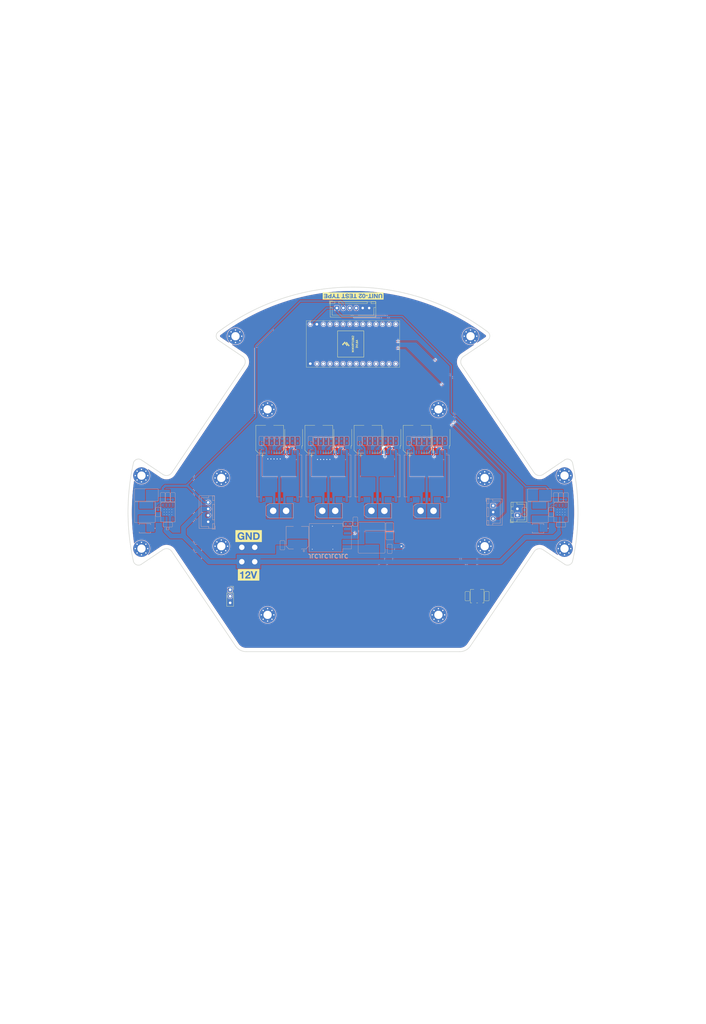
<source format=kicad_pcb>
(kicad_pcb (version 20221018) (generator pcbnew)
  (layers (0 "F.Cu" signal) (31 "B.Cu" signal) (34 "B.Paste" user) (35 "F.Paste" user) (36 "B.SilkS" user "B.Silkscreen") (37 "F.SilkS" user "F.Silkscreen") (38 "B.Mask" user) (39 "F.Mask" user) (44 "Edge.Cuts" user))
  (net 0 "")
  (net 1 "GND")
  (net 2 "+5V")
  (net 4 "+3V3")
  (net 5 "Net-(D2-K)")
  (net 6 "/M4 OUTA")
  (net 8 "/ESC")
  (net 9 "/M4 OUTB")
  (net 10 "/M SW")
  (net 21 "/L1 TX")
  (net 22 "/L1 RX")
  (net 23 "+12V")
  (net 25 "Net-(D1-K)")
  (net 26 "/M4 PWM")
  (net 27 "/M4 INA")
  (net 28 "/M4 INB")
  (net 31 "/L3 RX")
  (net 32 "/L3 TX")
  (net 33 "+48V")
  (net 34 "Net-(D3-A)")
  (net 35 "Net-(IC1-COMP)")
  (net 36 "Net-(IC1-FDBK)")
  (net 37 "/M3 PWM")
  (net 38 "Net-(U1-BOOT)")
  (net 39 "Net-(U2-BOOT)")
  (net 40 "Net-(Q1-D)")
  (net 41 "Net-(Q2-D)")
  (net 42 "Net-(C15-Pad1)")
  (net 43 "Net-(Q3-D)")
  (net 44 "Net-(Q4-D)")
  (net 46 "/M1 OUTA")
  (net 47 "/M1 OUTB")
  (net 48 "/M2 OUTA")
  (net 49 "/M2 OUTB")
  (net 50 "/M3 OUTA")
  (net 51 "/M3 OUTB")
  (net 52 "Net-(Q1-G)")
  (net 53 "Net-(Q2-G)")
  (net 54 "Net-(Q3-G)")
  (net 55 "Net-(Q4-G)")
  (net 56 "Net-(U1-VSENSE)")
  (net 57 "Net-(U2-VSENSE)")
  (net 58 "Net-(U4-ENA)")
  (net 59 "Net-(U4-ENB)")
  (net 60 "Net-(U5-ENA)")
  (net 61 "Net-(U5-ENB)")
  (net 62 "/M1 INA")
  (net 63 "Net-(U4-INA)")
  (net 64 "Net-(U4-INB)")
  (net 65 "/M1 INB")
  (net 66 "Net-(R17-Pad1)")
  (net 67 "/M1 PWM")
  (net 68 "/M3 INA")
  (net 69 "Net-(U5-INA)")
  (net 70 "Net-(U5-INB)")
  (net 71 "/M3 INB")
  (net 72 "Net-(R20-Pad1)")
  (net 73 "Net-(U6-ENA)")
  (net 74 "Net-(U6-ENB)")
  (net 75 "Net-(U7-ENA)")
  (net 76 "Net-(U7-ENB)")
  (net 77 "/M2 INA")
  (net 78 "Net-(U6-INA)")
  (net 79 "Net-(U6-INB)")
  (net 80 "/M2 INB")
  (net 81 "Net-(R32-Pad1)")
  (net 82 "/M2 PWM")
  (net 83 "Net-(U7-INA)")
  (net 84 "Net-(U7-INB)")
  (net 85 "Net-(R35-Pad1)")
  (net 86 "Net-(R37-Pad2)")
  (footprint "MountingHole:MountingHole_3.2mm_M3_Pad_Via" (layer "F.Cu") (at 181.529207 170.274635)
    (fp_text reference "H14" hide)
    (fp_text value "MountingHole_Pad" hide)
  )
  (footprint "MountingHole:MountingHole_3.2mm_M3_Pad_Via" (layer "F.Cu") (at 230.291143 224.114135)
    (fp_text reference "H2" hide)
    (fp_text value "MountingHole_Pad" hide)
  )
  (footprint "2024l2:AOD482" (layer "F.Cu") (at 182.56 181.95 90)
    (fp_text reference "Q4" hide)
    (fp_text value "AOD482")
  )
  (footprint "MountingHole:MountingHole_3.2mm_M3_Pad_Via" (layer "F.Cu") (at 66.708858 195.885863)
    (fp_text reference "H13" hide)
    (fp_text value "MountingHole_Pad" hide)
  )
  (footprint "MountingHole:MountingHole_3.2mm_M3_Pad_Via" (layer "F.Cu") (at 230.291142 195.885863)
    (fp_text reference "H4" hide)
    (fp_text value "MountingHole_Pad" hide)
  )
  (footprint "MountingHole:MountingHole_3.2mm_M3_Pad_Via" (layer "F.Cu") (at 115.470793 170.274635)
    (fp_text reference "H9" hide)
    (fp_text value "MountingHole_Pad" hide)
  )
  (footprint "Capacitor_SMD:CP_Elec_10x10.5" (layer "F.Cu") (at 154.28 181.8325 90)
    (fp_text reference "C12" hide)
    (fp_text value "680uF")
  )
  (footprint "Connector_PinSocket_2.54mm:PinSocket_1x03_P2.54mm_Vertical" (layer "F.Cu") (at 101 240)
    (fp_text reference "J4" hide)
    (fp_text value "Conn_01x03" hide)
  )
  (footprint "Capacitor_SMD:CP_Elec_10x10.5" (layer "F.Cu") (at 173.28 181.8325 90)
    (fp_text reference "C20" hide)
    (fp_text value "680uF")
  )
  (footprint "2024l2:14 AWG" (layer "F.Cu") (at 110.5 226.4 -90)
    (fp_text reference "J1" hide)
    (fp_text value "Conn_01x02")
  )
  (footprint "MountingHole:MountingHole_3.2mm_M3_Pad_Via" (layer "F.Cu") (at 66.708857 224.114135)
    (fp_text reference "H11" hide)
    (fp_text value "MountingHole_Pad" hide)
  )
  (footprint "MountingHole:MountingHole_3.2mm_M3_Pad_Via" (layer "F.Cu") (at 115.470793 249.725365)
    (fp_text reference "H1" hide)
    (fp_text value "MountingHole_Pad" hide)
  )
  (footprint "MountingHole:MountingHole_3.2mm_M3_Pad_Via" (layer "F.Cu") (at 199.42338 223.196162)
    (fp_text reference "H12" hide)
    (fp_text value "MountingHole_Pad" hide)
  )
  (footprint "2024l2:AOD482" (layer "F.Cu") (at 125.56 181.95 90)
    (fp_text reference "Q1" hide)
    (fp_text value "AOD482")
  )
  (footprint "Connector_JST:JST_XH_B2B-XH-A_1x02_P2.50mm_Vertical" (layer "F.Cu") (at 212.065 211.23 90)
    (fp_text reference "SW1" hide)
    (fp_text value "SW_SPST" hide)
  )
  (footprint "kibuzzard-656010D2" (layer "F.Cu") (at 148.55 126.45 180)
    (fp_text reference "kibuzzard-656010D2" hide)
    (fp_text value "G***" hide)
  )
  (footprint "Capacitor_SMD:CP_Elec_10x10.5" (layer "F.Cu") (at 116.28 181.8325 90)
    (fp_text reference "C11" hide)
    (fp_text value "680uF")
  )
  (footprint "MountingHole:MountingHole_3.2mm_M3_Pad_Via" (layer "F.Cu") (at 97.57662 223.196162)
    (fp_text reference "H7" hide)
    (fp_text value "MountingHole_Pad" hide)
  )
  (footprint "2024l2:AOD482" (layer "F.Cu") (at 163.56 181.95 90)
    (fp_text reference "Q2" hide)
    (fp_text value "AOD482")
  )
  (footprint "MountingHole:MountingHole_3.2mm_M3_Pad_Via" (layer "F.Cu") (at 193.943605 141.99842)
    (fp_text reference "H10" hide)
    (fp_text value "MountingHole_Pad" hide)
  )
  (footprint "2024l2:14 AWG" (layer "F.Cu") (at 105.5 226.4 -90)
    (fp_text reference "J2" hide)
    (fp_text value "Conn_01x02")
  )
  (footprint "MountingHole:MountingHole_3.2mm_M3_Pad_Via" (layer "F.Cu") (at 181.529207 249.725365)
    (fp_text reference "H6" hide)
    (fp_text value "MountingHole_Pad" hide)
  )
  (footprint "kibuzzard-656013AD" (layer "F.Cu") (at 108.13 234.25)
    (fp_text reference "kibuzzard-656013AD" hide)
    (fp_text value "G***" hide)
  )
  (footprint "MountingHole:MountingHole_3.2mm_M3_Pad_Via" (layer "F.Cu") (at 103.056395 141.99842)
    (fp_text reference "H5" hide)
    (fp_text value "MountingHole_Pad" hide)
  )
  (footprint "2024l2:res0603" (layer "F.Cu") (at 200.239999 242.5 -90)
    (fp_text reference "R36" hide)
    (fp_text value "1k5")
  )
  (footprint "kibuzzard-656013CD" (layer "F.Cu") (at 108.14 219.27)
    (fp_text reference "kibuzzard-656013CD" hide)
    (fp_text value "G***" hide)
  )
  (footprint "Capacitor_SMD:CP_Elec_10x10.5" (layer "F.Cu") (at 135.28 181.8325 90)
    (fp_text reference "C19" hide)
    (fp_text value "680uF")
  )
  (footprint "MountingHole:MountingHole_3.2mm_M3_Pad_Via" (layer "F.Cu") (at 97.57662 196.803836)
    (fp_text reference "H3" hide)
    (fp_text value "MountingHole_Pad" hide)
  )
  (footprint "MountingHole:MountingHole_3.2mm_M3_Pad_Via" (layer "F.Cu") (at 199.42338 196.803836)
    (fp_text reference "H8" hide)
    (fp_text value "MountingHole_Pad" hide)
  )
  (footprint "2024l2:Potentiometer_Vishay_TS53YJ_Vertical" (layer "F.Cu") (at 196.5 242.5 -90)
    (fp_text reference "RV1" hide)
    (fp_text value "10k")
  )
  (footprint "2024l2:AOD482" (layer "F.Cu") (at 144.56 181.95 90)
    (fp_text reference "Q3" hide)
    (fp_text value "AOD482")
  )
  (footprint "2024l2:res0603" (layer "F.Cu") (at 192.740001 242.5 -90)
    (fp_text reference "R37" hide)
    (fp_text value "57k")
  )
  (footprint "Connector_JST:JST_XH_B6B-XH-A_1x06_P2.50mm_Vertical" (layer "F.Cu") (at 142.25 131.1)
    (fp_text reference "J6" hide)
    (fp_text value "Conn_01x06")
  )
  (footprint "2024l2:Teensy 4.0" (layer "F.Cu") (at 148.5 145 90)
    (fp_text reference "U3" hide)
    (fp_text value "Teensy 4.0" hide)
  )
  (footprint "Package_SO:ST_MultiPowerSO-30" (layer "B.Cu") (at 120 196 -90)
    (fp_text reference "U4" hide)
    (fp_text value "~")
  )
  (footprint "2024l2:cap0603" (layer "B.Cu") (at 121.2 222.8 90)
    (fp_text reference "C13" hide)
    (fp_text value "0.1u")
  )
  (footprint "2024l2:cap0603" (layer "B.Cu") (at 228.9 214.89)
    (fp_text reference "C2" hide)
    (fp_text value "10u" hide)
  )
  (footprint "Connector_JST:JST_XH_B3B-XH-A_1x03_P2.50mm_Vertical" (layer "B.Cu") (at 202.7 207.5 -90)
    (fp_text reference "J3" hide)
    (fp_text value "Conn_01x03")
  )
  (footprint "2024l2:res0603" (layer "B.Cu") (at 180.08 182.5 -90)
    (fp_text reference "R27" hide)
    (fp_text value "3k3")
  )
  (footprint "2024l2:res0603" (layer "B.Cu") (at 182.08 182.5 90)
    (fp_text reference "R24" hide)
    (fp_text value "1k")
  )
  (footprint "2024l2:res0603" (layer "B.Cu") (at 144.08 182.5 90)
    (fp_text reference "R22" hide)
    (fp_text value "1k")
  )
  (footprint "2024l2:res0603" (layer "B.Cu") (at 178.08 182.5 90)
    (fp_text reference "R35" hide)
    (fp_text value "1k")
  )
  (footprint "2024l2:cap0603" (layer "B.Cu") (at 162.7 224.2 -90)
    (fp_text reference "C18" hide)
    (fp_text value "0.1u")
  )
  (footprint "2024l2:res0603" (layer "B.Cu") (at 153.08 182.5 -90)
    (fp_text reference "R18" hide)
    (fp_text value "1k")
  )
  (footprint "2024l2:cap0603" (layer "B.Cu") (at 74.95 204.25 -90)
    (fp_text reference "C7" hide)
    (fp_text value "0u1" hide)
  )
  (footprint "2024l2:SMA (DO-214AC)" (layer "B.Cu") (at 162.7 217.4 90)
    (fp_text reference "D3" hide)
    (fp_text value "SS510" hide)
  )
  (footprint "2024l2:res0603" (layer "B.Cu") (at 146.08 182.5 90)
    (fp_text reference "R31" hide)
    (fp_text value "1k")
  )
  (footprint "2024l2:res0603" (layer "B.Cu") (at 214.78 210 90)
    (fp_text reference "R38" hide)
    (fp_text value "1K" hide)
  )
  (footprint "2024l2:res0603" (layer "B.Cu") (at 138.08 182.5 -90)
    (fp_text reference "R28" hide)
    (fp_text value "3k3")
  )
  (footprint "2024l2:res0603" (layer "B.Cu") (at 228.899999 204.29 -90)
    (fp_text reference "R5" hide)
    (fp_text value "10K" hide)
  )
  (footprint "2024l2:AMASS_XT30-F" (layer "B.Cu") (at 177.13 209.5 180)
    (fp_text reference "J10" hide)
    (fp_text value "Conn_01x02")
  )
  (footprint "2024l2:1040 One Piece Inductor" (layer "B.Cu") (at 155.7 219.9 -90)
    (fp_text reference "L3" hide)
    (fp_text value "68uH" hide)
  )
  (footprint "2024l2:res0603" (layer "B.Cu") (at 172.08 182.5 -90)
    (fp_text reference "R33" hide)
    (fp_text value "1k")
  )
  (footprint "2024l2:AMASS_XT30-F" (layer "B.Cu") (at 158.13 209.5 180)
    (fp_text reference "J9" hide)
    (fp_text value "Conn_01x02")
  )
  (footprint "2024l2:EIA-7343-D" (layer "B.Cu") (at 220.6 203.39 180)
    (fp_text reference "C6" hide)
    (fp_text value "220u" hide)
  )
  (footprint "Package_SO:ST_MultiPowerSO-30" (layer "B.Cu") (at 177 196 -90)
    (fp_text reference "U7" hide)
    (fp_text value "~")
  )
  (footprint "2024l2:res0603" (layer "B.Cu") (at 163.08 182.5 90)
    (fp_text reference "R10" hide)
    (fp_text value "1k")
  )
  (footprint "Connector_JST:JST_XH_B4B-XH-A_1x04_P2.50mm_Vertical" (layer "B.Cu") (at 92.5 213.75 90)
    (fp_text reference "J5" hide)
    (fp_text value "Conn_01x04")
  )
  (footprint "2024l2:res0603" (layer "B.Cu") (at 230.85 204.29 90)
    (fp_text reference "R6" hide)
    (fp_text value "3K24" hide)
  )
  (footprint "2024l2:res0603" (layer "B.Cu") (at 136.08 182.5 -90)
    (fp_text reference "R21" hide)
    (fp_text value "1k")
  )
  (footprint "2024l2:res0603" (layer "B.Cu") (at 125.08 182.5 90)
    (fp_text reference "R8" hide)
    (fp_text value "1k")
  )
  (footprint "Package_SO:ST_MultiPowerSO-30" (layer "B.Cu") (at 139 196 -90)
    (fp_text reference "U6" hide)
    (fp_text value "~")
  )
  (footprint "Package_SO:ST_MultiPowerSO-30" (layer "B.Cu") (at 158 196 -90)
    (fp_text reference "U5" hide)
    (fp_text value "~")
  )
  (footprint "2024l2:cap0603" (layer "B.Cu") (at 225.1 209.99 -90)
    (fp_text reference "C4" hide)
    (fp_text value "10n" hide)
  )
  (footprint "2024l2:cap0603" (layer "B.Cu") (at 132.08 182.5 90)
    (fp_text reference "C16" hide)
    (fp_text value "1uF")
  )
  (footprint "2024l2:res0603" (layer "B.Cu") (at 119.08 182.5 -90)
    (fp_text reference "R13" hide)
    (fp_text value "3k3")
  )
  (footprint "2024l2:res0603" (layer "B.Cu") (at 115.08 182.5 -90)
    (fp_text reference "R15" hide)
    (fp_text value "1k")
  )
  (footprint "2024l2:TI_SO-PowerPAD-8" (layer "B.Cu") (at 76.95 210 -90)
    (fp_text reference "U1" hide)
    (fp_text value "TPS5430DDA" hide)
  )
  (footprint "2024l2:EIA-7343-D" (layer "B.Cu") (at 68.6 203.35 180)
    (fp_text reference "C5" hide)
    (fp_text value "220u" hide)
  )
  (footprint "2024l2:res0603" (layer "B.Cu") (at 161.08 182.5 -90)
    (fp_text reference "R12" hide)
    (fp_text value "3k3")
  )
  (footprint "2024l2:res0603" (layer "B.Cu") (at 134.08 182.5 -90)
    (fp_text reference "R30" hide)
    (fp_text value "1k")
  )
  (footprint "Capacitor_SMD:CP_Elec_8x10.5" (layer "B.Cu") (at 127 219.9 90)
    (fp_text reference "C14" hide)
    (fp_text value "100u")
  )
  (footprint "2024l2:AMASS_XT30-F" (layer "B.Cu") (at 120.13 209.5 180)
    (fp_text reference "J7" hide)
    (fp_text value "Conn_01x02")
  )
  (footprint "2024l2:res0603" (layer "B.Cu") (at 140.08 182.5 90)
    (fp_text reference "R32" hide)
    (fp_text value "1k")
  )
  (footprint "2024l2:res0603" (layer "B.Cu") (at 76.899999 204.25 -90)
    (fp_text reference "R3" hide)
    (fp_text value "10K" hide)
  )
  (footprint "2024l2:res0603" (layer "B.Cu") (at 159.08 182.5 90)
    (fp_text reference "R20" hide)
    (fp_text value "1k")
  )
  (footprint "2024l2:cap0603" (layer "B.Cu") (at 113.08 182.5 90)
    (fp_text reference "C9" hide)
    (fp_text value "1uF")
  )
  (footprint "2024l2:res0603" (layer "B.Cu") (at 142.08 182.5 -90)
    (fp_text reference "R26" hide)
    (fp_text value "3k3")
  )
  (footprint "2024l2:0630 One Piece Inductor" (layer "B.Cu") (at 220.05 210.04 90)
    (fp_text reference "L2" hide)
    (fp_text value "15uH" hide)
  )
  (footprint "2024l2:res0603" (layer "B.Cu") (at 121.08 182.5 90)
    (fp_text reference "R17" hide)
    (fp_text value "1k")
  )
  (footprint "2024l2:res0603" (layer "B.Cu") (at 174.08 182.5 -90)
    (fp_text reference "R23" hide)
    (fp_text value "1k")
  )
  (footprint "2024l2:B340" (layer "B.Cu") (at 220.05 216.29 180)
    (fp_text reference "D2" hide)
    (fp_text value "B340" hide)
  )
  (footprint "2024l2:res0603" (layer "B.Cu") (at 78.85 204.25 90)
    (fp_text reference "R4" hide)
    (fp_text value "5K9" hide)
  )
  (footprint "2024l2:res0603" (layer "B.Cu") (at 176.08 182.5 -90)
    (fp_text reference "R29" hide)
    (fp_text value "3k3")
  )
  (footprint "2024l2:res0603" (layer "B.Cu") (at 184.08 182.5 90)
    (fp_text reference "R34" hide)
    (fp_text value "1k")
  )
  (footprint "2024l2:AMASS_XT30-F" (layer "B.Cu") (at 139.13 209.5 180)
    (fp_text reference "J8" hide)
    (fp_text value "Conn_01x02")
  )
  (footprint "2024l2:res0603" (layer "B.Cu") (at 157.08 182.5 -90)
    (fp_text reference "R14" hide)
    (fp_text value "3k3")
  )
  (footprint "2024l2:cap0603" (layer "B.Cu") (at 226.95 204.29 -90)
    (fp_text reference "C8" hide)
    (fp_text value "0u1" hide)
  )
  (footprint "2024l2:res0603" (layer "B.Cu") (at 123.08 182.5 -90)
    (fp_text reference "R11" hide)
    (fp_text value "3k3")
  )
  (footprint "2024l2:cap0603" (layer "B.Cu") (at 151.08 182.5 90)
    (fp_text reference "C10" hide)
    (fp_text value "1uF")
  )
  (footprint "2024l2:TI_SO-PowerPAD-8" (layer "B.Cu") (at 228.95 210.04 -90)
    (fp_text reference "U2" hide)
    (fp_text value "TPS5430DDA" hide)
  )
  (footprint "2024l2:TO170P1435X465-6N" (layer "B.Cu") (at 140.1 219.9 180)
    (fp_text reference "IC1" hide)
    (fp_text value "LM2587S-ADJ" hide)
  )
  (footprint "2024l2:cap0603" (layer "B.Cu") (at 149.4 213.7 90)
    (fp_text reference "C15" hide)
    (fp_text value "1u")
  )
  (footprint "2024l2:res0603" (layer "B.Cu") (at 117.08 182.5 -90)
    (fp_text reference "R7" hide)
    (fp_text value "1k")
  )
  (footprint "2024l2:res0603" (layer "B.Cu") (at 155.08 182.5 -90)
    (fp_text reference "R9" hide)
    (fp_text value "1k")
  )
  (footprint "2024l2:res0603" (layer "B.Cu") (at 146.5 214.5)
    (fp_text reference "R25" hide)
    (fp_text value "2k94")
  )
  (footprint "2024l2:cap0603" (layer "B.Cu") (at 76.9 214.85)
    (fp_text reference "C1")
    (fp_text value "10u")
  )
  (footprint "2024l2:cap0603" (layer "B.Cu") (at 170.08 182.5 90)
    (fp_text reference "C17" hide)
    (fp_text value "1uF")
  )
  (footprint "2024l2:res0603" (layer "B.Cu") (at 165.08 182.5 90)
    (fp_text reference "R19" hide)
    (fp_text value "1k")
  )
  (footprint "2024l2:cap0603" (layer "B.Cu") (at 73.1 209.95 -90)
    (fp_text reference "C3" hide)
    (fp_text value "10n")
  )
  (footprint "2024l2:B340" (layer "B.Cu") (at 68.05 216.25 180)
    (fp_text reference "D1" hide)
    (fp_text value "B340" hide)
  )
  (footprint "2024l2:0630 One Piece Inductor" (layer "B.Cu") (at 68.05 210 90)
    (fp_text reference "L1" hide)
    (fp_text value "15uH" hide)
  )
  (footprint "2024l2:res0603" (layer "B.Cu") (at 127.08 182.5 90)
    (fp_text reference "R16" hide)
    (fp_text value "1k")
  )
  (gr_line (start 230.339539 189.822131) (end 222.020331 195.433505) (stroke (width 0.2)) (layer "Edge.Cuts"))
  (gr_arc (start 96.473476 143.589275) (mid 95.592455 141.979934) (end 96.394024 140.329582) (stroke (width 0.2)) (layer "Edge.Cuts"))
  (gr_arc (start 74.97967 224.566492) (mid 76.854695 224.184988) (end 78.450246 225.241104) (stroke (width 0.2)) (layer "Edge.Cuts"))
  (gr_arc (start 218.549754 225.241103) (mid 220.145326 224.185017) (end 222.020331 224.566492) (stroke (width 0.2)) (layer "Edge.Cuts"))
  (gr_line (start 191.26472 149.83644) (end 200.526525 143.589274) (stroke (width 0.2)) (layer "Edge.Cuts"))
  (gr_arc (start 63.590125 228.955552) (mid 61.500001 209.999999) (end 63.590125 191.044445) (stroke (width 0.2)) (layer "Edge.Cuts"))
  (gr_arc (start 193.918156 261.758951) (mid 192.120326 263.377724) (end 189.772968 263.962985) (stroke (width 0.2)) (layer "Edge.Cuts"))
  (gr_line (start 106.409891 153.307016) (end 78.450246 194.758896) (stroke (width 0.2)) (layer "Edge.Cuts"))
  (gr_line (start 107.227032 263.962985) (end 189.772968 263.962985) (stroke (width 0.2)) (layer "Edge.Cuts"))
  (gr_line (start 96.473476 143.589275) (end 105.73528 149.836441) (stroke (width 0.2)) (layer "Edge.Cuts"))
  (gr_arc (start 107.227032 263.962985) (mid 104.879666 263.377733) (end 103.081845 261.75895) (stroke (width 0.2)) (layer "Edge.Cuts"))
  (gr_arc (start 78.450246 194.758896) (mid 76.854681 195.814943) (end 74.97967 195.433505) (stroke (width 0.2)) (layer "Edge.Cuts"))
  (gr_line (start 222.020331 224.566492) (end 230.339539 230.177869) (stroke (width 0.2)) (layer "Edge.Cuts"))
  (gr_arc (start 96.394024 140.329582) (mid 148.5 123.000001) (end 200.605976 140.329581) (stroke (width 0.2)) (layer "Edge.Cuts"))
  (gr_arc (start 200.605976 140.329581) (mid 201.407545 141.979933) (end 200.526525 143.589274) (stroke (width 0.2)) (layer "Edge.Cuts"))
  (gr_line (start 66.660461 230.177869) (end 74.97967 224.566492) (stroke (width 0.2)) (layer "Edge.Cuts"))
  (gr_line (start 218.549754 194.758895) (end 190.590109 153.307017) (stroke (width 0.2)) (layer "Edge.Cuts"))
  (gr_line (start 193.918156 261.758951) (end 218.549754 225.241103) (stroke (width 0.2)) (layer "Edge.Cuts"))
  (gr_arc (start 222.020331 195.433505) (mid 220.145327 195.814979) (end 218.549754 194.758895) (stroke (width 0.2)) (layer "Edge.Cuts"))
  (gr_arc (start 233.409876 228.955553) (mid 232.197669 230.377959) (end 230.339539 230.177869) (stroke (width 0.2)) (layer "Edge.Cuts"))
  (gr_arc (start 230.339539 189.822131) (mid 232.19767 189.62204) (end 233.409876 191.044446) (stroke (width 0.2)) (layer "Edge.Cuts"))
  (gr_arc (start 63.590125 191.044445) (mid 64.802335 189.622018) (end 66.660461 189.822131) (stroke (width 0.2)) (layer "Edge.Cuts"))
  (gr_line (start 74.97967 195.433505) (end 66.660461 189.822131) (stroke (width 0.2)) (layer "Edge.Cuts"))
  (gr_arc (start 105.73528 149.836441) (mid 106.791362 151.432011) (end 106.409891 153.307016) (stroke (width 0.2)) (layer "Edge.Cuts"))
  (gr_arc (start 66.660461 230.177869) (mid 64.802349 230.377941) (end 63.590125 228.955552) (stroke (width 0.2)) (layer "Edge.Cuts"))
  (gr_arc (start 190.590109 153.307017) (mid 190.208635 151.432012) (end 191.26472 149.83644) (stroke (width 0.2)) (layer "Edge.Cuts"))
  (gr_arc (start 233.409876 191.044446) (mid 235.5 210) (end 233.409876 228.955553) (stroke (width 0.2)) (layer "Edge.Cuts"))
  (gr_line (start 78.450246 225.241104) (end 103.081845 261.75895) (stroke (width 0.2)) (layer "Edge.Cuts"))
  (gr_text "JLCJLCJLCJLC" (at 131 226.1 180) (layer "B.SilkS") (effects (font (size 1.5 1.5) (thickness 0.3) bold) (justify left bottom mirror)))
  (segment (start 142.25 131.1) (end 138.27 131.1) (width 0.75) (layer "B.Cu") (net 2))
  (segment (start 215.3 200.2) (end 214.78 200.72) (width 0.25) (layer "B.Cu") (net 2))
  (segment (start 223.8 201) (end 223.8 203.39) (width 0.75) (layer "B.Cu") (net 2))
  (segment (start 186.525 153.375) (end 167.55 134.4) (width 0.75) (layer "B.Cu") (net 2))
  (segment (start 142.25 132.3) (end 142.25 131.1) (width 0.75) (layer "B.Cu") (net 2))
  (segment (start 223 200.2) (end 223.8 201) (width 0.75) (layer "B.Cu") (net 2))
  (segment (start 167.55 134.4) (end 144.35 134.4) (width 0.75) (layer "B.Cu") (net 2))
  (segment (start 215.3 200.2) (end 223 200.2) (width 0.75) (layer "B.Cu") (net 2))
  (segment (start 186.525 171.425) (end 186.525 153.375) (width 0.75) (layer "B.Cu") (net 2))
  (segment (start 214.78 200.72) (end 214.78 209.2) (width 0.25) (layer "B.Cu") (net 2))
  (segment (start 144.35 134.4) (end 142.25 132.3) (width 0.75) (layer "B.Cu") (net 2))
  (segment (start 138.27 131.1) (end 131.99 137.38) (width 0.75) (layer "B.Cu") (net 2))
  (segment (start 215.3 200.2) (end 186.525 171.425) (width 0.75) (layer "B.Cu") (net 2))
  (segment (start 84.025 199.85) (end 110.85 173.025) (width 0.75) (layer "B.Cu") (net 4))
  (segment (start 110.85 145.7) (end 128.15 128.4) (width 0.75) (layer "B.Cu") (net 4))
  (segment (start 75.85 199.85) (end 74.95 200.75) (width 1) (layer "B.Cu") (net 4))
  (segment (start 84.5 199.85) (end 90.9 206.25) (width 1) (layer "B.Cu") (net 4))
  (segment (start 74.95 200.75) (end 74.95 203.45) (width 1) (layer "B.Cu") (net 4))
  (segment (start 110.85 173.025) (end 110.85 145.7) (width 0.75) (layer "B.Cu") (net 4))
  (segment (start 128.15 128.4) (end 143.775 128.4) (width 0.75) (layer "B.Cu") (net 4))
  (segment (start 75.9 199.85) (end 75.85 199.85) (width 1) (layer "B.Cu") (net 4))
  (segment (start 144.75 129.375) (end 144.75 131.1) (width 0.75) (layer "B.Cu") (net 4))
  (segment (start 83.9 199.85) (end 84.5 199.85) (width 1) (layer "B.Cu") (net 4))
  (segment (start 143.775 128.4) (end 144.75 129.375) (width 0.75) (layer "B.Cu") (net 4))
  (segment (start 83.9 199.85) (end 75.9 199.85) (width 1) (layer "B.Cu") (net 4))
  (segment (start 83.9 199.85) (end 84.025 199.85) (width 0.75) (layer "B.Cu") (net 4))
  (segment (start 90.9 206.25) (end 92.5 206.25) (width 1) (layer "B.Cu") (net 4))
  (segment (start 95.9 240) (end 86.9875 231.0875) (width 0.25) (layer "F.Cu") (net 8))
  (segment (start 86.9875 231.0875) (end 86.9875 194.8825) (width 0.25) (layer "F.Cu") (net 8))
  (segment (start 117.525 139.8) (end 139.73 139.8) (width 0.25) (layer "F.Cu") (net 8))
  (segment (start 110.65 146.675) (end 117.525 139.8) (width 0.25) (layer "F.Cu") (net 8))
  (segment (start 139.73 139.8) (end 142.15 137.38) (width 0.25) (layer "F.Cu") (net 8))
  (segment (start 86.9875 194.8825) (end 110.65 171.22) (width 0.25) (layer "F.Cu") (net 8))
  (segment (start 110.65 171.22) (end 110.65 146.675) (width 0.25) (layer "F.Cu") (net 8))
  (segment (start 101 240) (end 95.9 240) (width 0.25) (layer "F.Cu") (net 8))
  (segment (start 214.78 210.8) (end 212.495 210.8) (width 0.25) (layer "B.Cu") (net 10))
  (segment (start 151.7 144) (end 165.9 144) (width 0.25) (layer "F.Cu") (net 21))
  (segment (start 187.7 175.2) (end 187.7 158.6) (width 0.25) (layer "F.Cu") (net 21))
  (segment (start 187.7 158.6) (end 180.3 151.2) (width 0.25) (layer "F.Cu") (net 21))
  (segment (start 147.23 139.53) (end 151.7 144) (width 0.25) (layer "F.Cu") (net 21))
  (segment (start 147.23 137.38) (end 147.23 139.53) (width 0.25) (layer "F.Cu") (net 21))
  (via (at 187.7 175.2) (size 0.8) (drill 0.4) (layers "F.Cu" "B.Cu") (net 21))
  (via (at 180.3 151.2) (size 0.8) (drill 0.4) (layers "F.Cu" "B.Cu") (net 21))
  (via (at 165.9 144) (size 0.8) (drill 0.4) (layers "F.Cu" "B.Cu") (net 21))
  (segment (start 207.5 195) (end 187.7 175.2) (width 0.25) (layer "B.Cu") (net 21))
  (segment (start 207.5 210) (end 207.5 195) (width 0.25) (layer "B.Cu") (net 21))
  (segment (start 165.9 144) (end 173.1 144) (width 0.25) (layer "B.Cu") (net 21))
  (segment (start 173.1 144) (end 180.3 151.2) (width 0.25) (layer "B.Cu") (net 21))
  (segment (start 205 212.5) (end 207.5 210) (width 0.25) (layer "B.Cu") (net 21))
  (segment (start 202.7 212.5) (end 205 212.5) (width 0.25) (layer "B.Cu") (net 21))
  (segment (start 185.4 174.9) (end 185.4 163.2) (width 0.25) (layer "F.Cu") (net 22))
  (segment (start 182.8 160.6) (end 185.4 163.2) (width 0.25) (layer "F.Cu") (net 22))
  (segment (start 144.69 137.38) (end 144.69 141) (width 0.25) (layer "F.Cu") (net 22))
  (segment (start 186.7 176.2) (end 185.4 174.9) (width 0.25) (layer "F.Cu") (net 22))
  (segment (start 144.69 141) (end 150.29 146.6) (width 0.25) (layer "F.Cu") (net 22))
  (segment (start 150.29 146.6) (end 165.9 146.6) (width 0.25) (layer "F.Cu") (net 22))
  (via (at 182.8 160.6) (size 0.8) (drill 0.4) (layers "F.Cu" "B.Cu") (net 22))
  (via (at 165.9 146.6) (size 0.8) (drill 0.4) (layers "F.Cu" "B.Cu") (net 22))
  (via (at 186.7 176.2) (size 0.8) (drill 0.4) (layers "F.Cu" "B.Cu") (net 22))
  (segment (start 206.1 205.8) (end 206.1 195.6) (width 0.25) (layer "B.Cu") (net 22))
  (segment (start 206.1 195.6) (end 186.7 176.2) (width 0.25) (layer "B.Cu") (net 22))
  (segment (start 168.9 146.6) (end 182.8 160.5) (width 0.25) (layer "B.Cu") (net 22))
  (segment (start 182.8 160.5) (end 182.8 160.6) (width 0.25) (layer "B.Cu") (net 22))
  (segment (start 182.9 160.6) (end 182.8 160.5) (width 0.25) (layer "B.Cu") (net 22))
  (segment (start 165.9 146.6) (end 168.9 146.6) (width 0.25) (layer "B.Cu") (net 22))
  (segment (start 202.7 207.5) (end 204.4 207.5) (width 0.25) (layer "B.Cu") (net 22))
  (segment (start 204.4 207.5) (end 206.1 205.8) (width 0.25) (layer "B.Cu") (net 22))
  (segment (start 182.8 160.6) (end 182.9 160.6) (width 0.25) (layer "B.Cu") (net 22))
  (segment (start 184.04 185.3) (end 184.84 186.1) (width 1) (layer "F.Cu") (net 23))
  (segment (start 182.68 185.3) (end 184.04 185.3) (width 1) (layer "F.Cu") (net 23))
  (segment (start 127.04 185.3) (end 127.84 186.1) (width 1) (layer "F.Cu") (net 23))
  (segment (start 163.68 185.3) (end 165.04 185.3) (width 1) (layer "F.Cu") (net 23))
  (segment (start 125.68 185.3) (end 127.04 185.3) (width 1) (layer "F.Cu") (net 23))
  (segment (start 144.68 185.3) (end 146.04 185.3) (width 1) (layer "F.Cu") (net 23))
  (segment (start 146.04 185.3) (end 146.84 186.1) (width 1) (layer "F.Cu") (net 23))
  (segment (start 165.04 185.3) (end 165.84 186.1) (width 1) (layer "F.Cu") (net 23))
  (via (at 125.68 185.3) (size 0.8) (drill 0.4) (layers "F.Cu" "B.Cu") (net 23))
  (via (at 182.68 185.3) (size 0.8) (drill 0.4) (layers "F.Cu" "B.Cu") (net 23))
  (via (at 144.68 185.3) (size 0.8) (drill 0.4) (layers "F.Cu" "B.Cu") (net 23))
  (via (at 163.68 185.3) (size 0.8) (drill 0.4) (layers "F.Cu" "B.Cu") (net 23))
  (segment (start 124.65 185.3) (end 124 185.95) (width 0.75) (layer "B.Cu") (net 23))
  (segment (start 125.68 185.3) (end 124.65 185.3) (width 0.75) (layer "B.Cu") (net 23))
  (segment (start 76.1 217.175) (end 76.1 216.075) (width 1.5) (layer "B.Cu") (net 23))
  (segment (start 92.89 229.19) (end 105.5 229.19) (width 2) (layer "B.Cu") (net 23))
  (segment (start 82.95 215.92439) (end 90.12439 208.75) (width 2) (layer "B.Cu") (net 23))
  (segment (start 205.635 229.19) (end 215.075 219.75) (width 2) (layer "B.Cu") (net 23))
  (segment (start 76.1 216.075) (end 76.1 214.85) (width 1) (layer "B.Cu") (net 23))
  (segment (start 92.65 228.95) (end 82.95 219.25) (width 2) (layer "B.Cu") (net 23))
  (segment (start 90.12439 208.75) (end 92.5 208.75) (width 2) (layer "B.Cu") (net 23))
  (segment (start 124 185.95) (end 124 186.875) (width 0.75) (layer "B.Cu") (net 23))
  (segment (start 181.65 185.3) (end 181 185.95) (width 0.75) (layer "B.Cu") (net 23))
  (segment (start 162.65 185.3) (end 162 185.95) (width 0.75) (layer "B.Cu") (net 23))
  (segment (start 144.68 185.3) (end 143.65 185.3) (width 0.75) (layer "B.Cu") (net 23))
  (segment (start 143.65 185.3) (end 143 185.95) (width 0.75) (layer "B.Cu") (net 23))
  (segment (start 82.95 219.25) (end 78.175 219.25) (width 2) (layer "B.Cu") (net 23))
  (segment (start 228.1 216.4) (end 228.1 214.89) (width 1) (layer "B.Cu") (net 23))
  (segment (start 82.95 219.25) (end 82.95 215.92439) (width 2) (layer "B.Cu") (net 23))
  (segment (start 92.65 228.95) (end 92.89 229.19) (width 2) (layer "B.Cu") (net 23))
  (segment (start 110.5 229.19) (end 205.635 229.19) (width 2) (layer "B.Cu") (net 23))
  (segment (start 181 185.95) (end 181 186.875) (width 0.75) (layer "B.Cu") (net 23))
  (segment (start 78.175 219.25) (end 76.1 217.175) (width 2) (layer "B.Cu") (net 23))
  (segment (start 162 185.95) (end 162 186.875) (width 0.75) (layer "B.Cu") (net 23))
  (segment (start 226.3 219.75) (end 228.1 217.95) (width 2) (layer "B.Cu") (net 23))
  (segment (start 163.68 185.3) (end 162.65 185.3) (width 0.75) (layer "B.Cu") (net 23))
  (segment (start 228.1 217.95) (end 228.1 216.4) (width 1.5) (layer "B.Cu") (net 23))
  (segment (start 215.075 219.75) (end 226.3 219.75) (width 2) (layer "B.Cu") (net 23))
  (segment (start 143 185.95) (end 143 186.875) (width 0.75) (layer "B.Cu") (net 23))
  (segment (start 182.68 185.3) (end 181.65 185.3) (width 0.75) (layer "B.Cu") (net 23))
  (segment (start 159.93 135.605) (end 159.05 134.725) (width 0.25) (layer "F.Cu") (net 31))
  (segment (start 148.925 134.725) (end 147.25 133.05) (width 0.25) (layer "F.Cu") (net 31))
  (segment (start 147.25 133.05) (end 147.25 131.1) (width 0.25) (layer "F.Cu") (net 31))
  (segment (start 159.05 134.725) (end 148.925 134.725) (width 0.25) (layer "F.Cu") (net 31))
  (segment (start 159.93 137.38) (end 159.93 135.605) (width 0.25) (layer "F.Cu") (net 31))
  (segment (start 150.55 133.6) (end 149.75 132.8) (width 0.25) (layer "F.Cu") (net 32))
  (segment (start 149.75 132.8) (end 149.75 131.1) (width 0.25) (layer "F.Cu") (net 32))
  (segment (start 162.47 137.38) (end 162.47 135.045) (width 0.25) (layer "F.Cu") (net 32))
  (segment (start 161.025 133.6) (end 150.55 133.6) (width 0.25) (layer "F.Cu") (net 32))
  (segment (start 162.47 135.045) (end 161.025 133.6) (width 0.25) (layer "F.Cu") (net 32))
  (segment (start 192.740001 241.7) (end 192.740001 230.740001) (width 0.25) (layer "F.Cu") (net 33))
  (segment (start 94.6 235.2) (end 88.87 229.47) (width 2) (layer "F.Cu") (net 33))
  (segment (start 88.87 212.62) (end 90.24 211.25) (width 2) (layer "F.Cu") (net 33))
  (segment (start 185.2 223.2) (end 167.2 223.2) (width 0.25) (layer "F.Cu") (net 33))
  (segment (start 88.87 229.47) (end 88.87 212.62) (width 2) (layer "F.Cu") (net 33))
  (segment (start 90.24 211.25) (end 92.5 211.25) (width 2) (layer "F.Cu") (net 33))
  (segment (start 192.740001 230.740001) (end 185.2 223.2) (width 0.25) (layer "F.Cu") (net 33))
  (segment (start 167.2 223.2) (end 155.2 235.2) (width 2) (layer "F.Cu") (net 33))
  (segment (start 155.2 235.2) (end 94.6 235.2) (width 2) (layer "F.Cu") (net 33))
  (via (at 167.2 223.2) (size 1) (drill 0.6) (layers "F.Cu" "B.Cu") (net 33))
  (segment (start 162.7 223.2) (end 167.2 223.2) (width 2) (layer "B.Cu") (net 33))
  (segment (start 145.7 214.5) (end 145.7 215.9) (width 0.25) (layer "B.Cu") (net 35))
  (segment (start 145.7 215.9) (end 146.3 216.5) (width 0.25) (layer "B.Cu") (net 35))
  (segment (start 196.5 225.8) (end 188.1 217.4) (width 0.25) (layer "F.Cu") (net 36))
  (segment (start 197.65 243.11) (end 197.65 244.501) (width 0.25) (layer "F.Cu") (net 36))
  (segment (start 150 217.4) (end 149.2 218.2) (width 0.25) (layer "F.Cu") (net 36))
  (segment (start 199.04 240.5) (end 196.5 240.499999) (width 0.25) (layer "F.Cu") (net 36))
  (segment (start 196.5 240.5) (end 196.5 225.8) (width 0.25) (layer "F.Cu") (net 36))
  (segment (start 196.5 240.499999) (end 196.5 241.96) (width 0.25) (layer "F.Cu") (net 36))
  (segment (start 200.24 241.7) (end 199.04 240.5) (width 0.25) (layer "F.Cu") (net 36))
  (segment (start 188.1 217.4) (end 150 217.4) (width 0.25) (layer "F.Cu") (net 36))
  (segment (start 196.5 241.96) (end 197.65 243.11) (width 0.25) (layer "F.Cu") (net 36))
  (via (at 149.2 218.2) (size 0.8) (drill 0.4) (layers "F.Cu" "B.Cu") (net 36))
  (segment (start 146.3 218.2) (end 149.2 218.2) (width 0.25) (layer "B.Cu") (net 36))
  (segment (start 75.045 207.3) (end 73.61 207.3) (width 0.5) (layer "B.Cu") (net 38))
  (segment (start 73.61 207.3) (end 73.1 207.81) (width 0.5) (layer "B.Cu") (net 38))
  (segment (start 73.1 207.81) (end 73.1 209.15) (width 0.5) (layer "B.Cu") (net 38))
  (segment (start 227.045 207.34) (end 225.61 207.34) (width 0.5) (layer "B.Cu") (net 39))
  (segment (start 225.1 207.85) (end 225.1 209.19) (width 0.5) (layer "B.Cu") (net 39))
  (segment (start 225.61 207.34) (end 225.1 207.85) (width 0.5) (layer "B.Cu") (net 39))
  (via (at 119.165 189.45) (size 0.8) (drill 0.4) (layers "F.Cu" "B.Cu") (net 40))
  (via (at 116.765 189.45) (size 0.8) (drill 0.4) (layers "F.Cu" "B.Cu") (net 40))
  (via (at 117.965 189.45) (size 0.8) (drill 0.4) (layers "F.Cu" "B.Cu") (net 40))
  (via (at 115.565 189.45) (size 0.8) (drill 0.4) (layers "F.Cu" "B.Cu") (net 40))
  (via (at 120.365 189.45) (size 0.8) (drill 0.4) (layers "F.Cu" "B.Cu") (net 40))
  (segment (start 113.08 183.3) (end 115 185.22) (width 0.75) (layer "B.Cu") (net 40))
  (segment (start 115 185.22) (end 115 186.875) (width 0.75) (layer "B.Cu") (net 40))
  (segment (start 153 185.22) (end 153 186.875) (width 0.75) (layer "B.Cu") (net 41))
  (segment (start 151.08 183.3) (end 153 185.22) (width 0.75) (layer "B.Cu") (net 41))
  (segment (start 147.3 214.5) (end 149.4 214.5) (width 0.25) (layer "B.Cu") (net 42))
  (via (at 134.765 189.65) (size 0.8) (drill 0.4) (layers "F.Cu" "B.Cu") (net 43))
  (via (at 135.965 189.65) (size 0.8) (drill 0.4) (layers "F.Cu" "B.Cu") (net 43))
  (via (at 139.565 189.65) (size 0.8) (drill 0.4) (layers "F.Cu" "B.Cu") (net 43))
  (via (at 138.365 189.65) (size 0.8) (drill 0.4) (layers "F.Cu" "B.Cu") (net 43))
  (via (at 137.165 189.65) (size 0.8) (drill 0.4) (layers "F.Cu" "B.Cu") (net 43))
  (segment (start 132.08 183.3) (end 134 185.22) (width 0.75) (layer "B.Cu") (net 43))
  (segment (start 134 185.22) (end 134 186.875) (width 0.75) (layer "B.Cu") (net 43))
  (segment (start 172 185.22) (end 172 186.875) (width 0.75) (layer "B.Cu") (net 44))
  (segment (start 170.08 183.3) (end 172 185.22) (width 0.75) (layer "B.Cu") (net 44))
  (segment (start 122.88 188.5) (end 122.88 186.5) (width 0.25) (layer "F.Cu") (net 52))
  (segment (start 122.88 186.5) (end 123.28 186.1) (width 0.25) (layer "F.Cu") (net 52))
  (via (at 122.88 188.5) (size 0.8) (drill 0.4) (layers "F.Cu" "B.Cu") (net 52))
  (segment (start 123 188.38) (end 122.88 188.5) (width 0.25) (layer "B.Cu") (net 52))
  (segment (start 123 186.875) (end 123 188.38) (width 0.25) (layer "B.Cu") (net 52))
  (segment (start 160.88 188.5) (end 160.88 186.5) (width 0.25) (layer "F.Cu") (net 53))
  (segment (start 160.88 186.5) (end 161.28 186.1) (width 0.25) (layer "F.Cu") (net 53))
  (via (at 160.88 188.5) (size 0.8) (drill 0.4) (layers "F.Cu" "B.Cu") (net 53))
  (segment (start 161 186.875) (end 161 188.38) (width 0.25) (layer "B.Cu") (net 53))
  (segment (start 161 188.38) (end 160.88 188.5) (width 0.25) (layer "B.Cu") (net 53))
  (segment (start 141.88 186.5) (end 142.28 186.1) (width 0.25) (layer "F.Cu") (net 54))
  (segment (start 141.88 188.5) (end 141.88 186.5) (width 0.25) (layer "F.Cu") (net 54))
  (via (at 141.88 188.5) (size 0.8) (drill 0.4) (layers "F.Cu" "B.Cu") (net 54))
  (segment (start 142 186.875) (end 142 188.38) (width 0.25) (layer "B.Cu") (net 54))
  (segment (start 142 188.38) (end 141.88 188.5) (width 0.25) (layer "B.Cu") (net 54))
  (segment (start 179.88 188.5) (end 179.88 186.5) (width 0.25) (layer "F.Cu") (net 55))
  (segment (start 179.88 186.5) (end 180.28 186.1) (width 0.25) (layer "F.Cu") (net 55))
  (via (at 179.88 188.5) (size 0.8) (drill 0.4) (layers "F.Cu" "B.Cu") (net 55))
  (segment (start 180 188.38) (end 179.88 188.5) (width 0.25) (layer "B.Cu") (net 55))
  (segment (start 180 186.875) (end 180 188.38) (width 0.25) (layer "B.Cu") (net 55))
  (segment (start 78.85 205.05) (end 78.85 207.295) (width 0.5) (layer "B.Cu") (net 56))
  (segment (start 76.899999 205.05) (end 78.85 205.05) (width 0.5) (layer "B.Cu") (net 56))
  (segment (start 228.899999 205.09) (end 230.85 205.09) (width 0.5) (layer "B.Cu") (net 57))
  (segment (start 230.85 205.09) (end 230.85 207.335) (width 0.5) (layer "B.Cu") (net 57))
  (segment (start 117 186.875) (end 117 183.38) (width 0.25) (layer "B.Cu") (net 58))
  (segment (start 117 183.38) (end 117.08 183.3) (width 0.25) (layer "B.Cu") (net 58))
  (segment (start 117.08 183.3) (end 119.08 183.3) (width 0.25) (layer "B.Cu") (net 58))
  (segment (start 123.08 183.3) (end 121 185.38) (width 0.25) (layer "B.Cu") (net 59))
  (segment (start 121 185.38) (end 121 186.875) (width 0.25) (layer "B.Cu") (net 59))
  (segment (start 123.08 183.3) (end 125.08 183.3) (width 0.25) (layer "B.Cu") (net 59))
  (segment (start 155 186.875) (end 155 183.38) (width 0.25) (layer "B.Cu") (net 60))
  (segment (start 155.08 183.3) (end 157.08 183.3) (width 0.25) (layer "B.Cu") (net 60))
  (segment (start 155 183.38) (end 155.08 183.3) (width 0.25) (layer "B.Cu") (net 60))
  (segment (start 161.08 183.3) (end 163.08 183.3) (width 0.25) (layer "B.Cu") (net 61))
  (segment (start 161.08 183.3) (end 159 185.38) (width 0.25) (layer "B.Cu") (net 61))
  (segment (start 159 185.38) (end 159 186.875) (width 0.25) (layer "B.Cu") (net 61))
  (segment (start 116 184.22) (end 116 186.875) (width 0.25) (layer "B.Cu") (net 63))
  (segment (start 115.08 183.3) (end 116 184.22) (width 0.25) (layer "B.Cu") (net 63))
  (segment (start 123.65 184.3) (end 126.08 184.3) (width 0.25) (layer "B.Cu") (net 64))
  (segment (start 122 185.95) (end 123.65 184.3) (width 0.25) (layer "B.Cu") (net 64))
  (segment (start 126.08 184.3) (end 127.08 183.3) (width 0.25) (layer "B.Cu") (net 64))
  (segment (start 122 186.875) (end 122 185.95) (width 0.25) (layer "B.Cu") (net 64))
  (segment (start 119 185.38) (end 119 186.875) (width 0.25) (layer "B.Cu") (net 66))
  (segment (start 121.08 183.3) (end 119 185.38) (width 0.25) (layer "B.Cu") (net 66))
  (segment (start 153.08 183.3) (end 154 184.22) (width 0.25) (layer "B.Cu") (net 69))
  (segment (start 154 184.22) (end 154 186.875) (width 0.25) (layer "B.Cu") (net 69))
  (segment (start 160 185.95) (end 161.65 184.3) (width 0.25) (layer "B.Cu") (net 70))
  (segment (start 160 186.875) (end 160 185.95) (width 0.25) (layer "B.Cu") (net 70))
  (segment (start 164.08 184.3) (end 165.08 183.3) (width 0.25) (layer "B.Cu") (net 70))
  (segment (start 161.65 184.3) (end 164.08 184.3) (width 0.25) (layer "B.Cu") (net 70))
  (segment (start 157 185.38) (end 157 186.875) (width 0.25) (layer "B.Cu") (net 72))
  (segment (start 159.08 183.3) (end 157 185.38) (width 0.25) (layer "B.Cu") (net 72))
  (segment (start 136.08 183.3) (end 138.08 183.3) (width 0.25) (layer "B.Cu") (net 73))
  (segment (start 136 183.38) (end 136.08 183.3) (width 0.25) (layer "B.Cu") (net 73))
  (segment (start 136 186.875) (end 136 183.38) (width 0.25) (layer "B.Cu") (net 73))
  (segment (start 142.08 183.3) (end 144.08 183.3) (width 0.25) (layer "B.Cu") (net 74))
  (segment (start 140 185.38) (end 140 186.875) (width 0.25) (layer "B.Cu") (net 74))
  (segment (start 142.08 183.3) (end 140 185.38) (width 0.25) (layer "B.Cu") (net 74))
  (segment (start 174.08 183.3) (end 176.08 183.3) (width 0.25) (layer "B.Cu") (net 75))
  (segment (start 174 183.38) (end 174.08 183.3) (width 0.25) (layer "B.Cu") (net 75))
  (segment (start 174 186.875) (end 174 183.38) (width 0.25) (layer "B.Cu") (net 75))
  (segment (start 178 185.38) (end 178 186.875) (width 0.25) (layer "B.Cu") (net 76))
  (segment (start 180.08 183.3) (end 182.08 183.3) (width 0.25) (layer "B.Cu") (net 76))
  (segment (start 180.08 183.3) (end 178 185.38) (width 0.25) (layer "B.Cu") (net 76))
  (segment (start 134.08 183.3) (end 135 184.22) (width 0.25) (layer "B.Cu") (net 78))
  (segment (start 135 184.22) (end 135 186.875) (width 0.25) (layer "B.Cu") (net 78))
  (segment (start 142.65 184.3) (end 145.08 184.3) (width 0.25) (layer "B.Cu") (net 79))
  (segment (start 141 185.95) (end 142.65 184.3) (width 0.25) (layer "B.Cu") (net 79))
  (segment (start 145.08 184.3) (end 146.08 183.3) (width 0.25) (layer "B.Cu") (net 79))
  (segment (start 141 186.875) (end 141 185.95) (width 0.25) (layer "B.Cu") (net 79))
  (segment (start 140.08 183.3) (end 138 185.38) (width 0.25) (layer "B.Cu") (net 81))
  (segment (start 138 185.38) (end 138 186.875) (width 0.25) (layer "B.Cu") (net 81))
  (segment (start 173 184.22) (end 173 186.875) (width 0.25) (layer "B.Cu") (net 83))
  (segment (start 172.08 183.3) (end 173 184.22) (width 0.25) (layer "B.Cu") (net 83))
  (segment (start 179 185.95) (end 180.65 184.3) (width 0.25) (layer "B.Cu") (net 84))
  (segment (start 179 186.875) (end 179 185.95) (width 0.25) (layer "B.Cu") (net 84))
  (segment (start 183.08 184.3) (end 184.08 183.3) (width 0.25) (layer "B.Cu") (net 84))
  (segment (start 180.65 184.3) (end 183.08 184.3) (width 0.25) (layer "B.Cu") (net 84))
  (segment (start 178.08 183.3) (end 176 185.38) (width 0.25) (layer "B.Cu") (net 85))
  (segment (start 176 185.38) (end 176 186.875) (width 0.25) (layer "B.Cu") (net 85))
  (segment (start 193.94 244.5) (end 195.35 244.5) (width 0.25) (layer "F.Cu") (net 86))
  (segment (start 192.74 243.3) (end 193.94 244.5) (width 0.25) (layer "F.Cu") (net 86))
  (zone (net 40) (net_name "Net-(Q1-D)") (layer "F.Cu") (priority 3) (connect_pads yes (clearance 0.2)) (min_thickness 0.2) (fill yes (thermal_gap 0.5) (thermal_bridge_width 0.5) (smoothing fillet) (radius 0.1))
    (polygon (pts (xy 122.165 176.25) (xy 122.165 181.45) (xy 113.365 181.45) (xy 113.365 196.25) (xy 127.165 196.25) (xy 127.165 189.85) (xy 121.765 189.85) (xy 121.765 184.65) (xy 129.165 184.65) (xy 129.165 176.25)))
  )
  (zone (net 44) (net_name "Net-(Q4-D)") (layer "F.Cu") (priority 3) (connect_pads yes (clearance 0.2)) (min_thickness 0.2) (fill yes (thermal_gap 0.5) (thermal_bridge_width 0.5) (smoothing fillet) (radius 0.1))
    (polygon (pts (xy 179.165 176.25) (xy 179.165 181.25) (xy 170.365 181.25) (xy 170.365 196.25) (xy 184.165 196.25) (xy 184.165 189.85) (xy 178.765 189.85) (xy 178.765 184.65) (xy 186.165 184.65) (xy 186.165 176.25)))
  )
  (zone (net 41) (net_name "Net-(Q2-D)") (layer "F.Cu") (priority 3) (connect_pads yes (clearance 0.2)) (min_thickness 0.2) (fill yes (thermal_gap 0.5) (thermal_bridge_width 0.5) (smoothing fillet) (radius 0.1))
    (polygon (pts (xy 160 176) (xy 160 181) (xy 151.2 181) (xy 151.2 196) (xy 165 196) (xy 165 189.6) (xy 159.6 189.6) (xy 159.6 184.4) (xy 167 184.4) (xy 167 176)))
  )
  (zone (net 43) (net_name "Net-(Q3-D)") (layer "F.Cu") (priority 3) (connect_pads yes (clearance 0.2)) (min_thickness 0.2) (fill yes (thermal_gap 0.5) (thermal_bridge_width 0.5) (smoothing fillet) (radius 0.1))
    (polygon (pts (xy 141.165 176.25) (xy 141.165 181.25) (xy 132.365 181.25) (xy 132.365 196.25) (xy 146.165 196.25) (xy 146.165 189.85) (xy 140.765 189.85) (xy 140.765 184.65) (xy 148.165 184.65) (xy 148.165 176.25)))
  )
  (zone (net 1) (net_name "GND") (layers "F&B.Cu") (connect_pads yes (clearance 0.2)) (min_thickness 0.2) (fill yes (thermal_gap 0.5) (thermal_bridge_width 0.5) (smoothing fillet) (radius 0.2))
    (polygon (pts (xy 12 12.01) (xy 285 12.01) (xy 285 407.99) (xy 12 407.99)))
  )
  (zone (net 25) (net_name "Net-(D1-K)") (layer "B.Cu") (priority 7) (connect_pads yes (clearance 0.2)) (min_thickness 0.2) (fill yes (thermal_gap 0.5) (thermal_bridge_width 0.5) (smoothing fillet) (radius 0.1))
    (polygon (pts (xy 75.675 211.685) (xy 75.675 213.885) (xy 71.85 213.885) (xy 71.85 217.71) (xy 68.525 217.71) (xy 68.525 214.41) (xy 65.5 214.41) (xy 65.5 211.16) (xy 72.125 211.16) (xy 72.125 209.96) (xy 74.25 209.96) (xy 74.25 211.685)))
  )
  (zone (net 48) (net_name "/M2 OUTA") (layer "B.Cu") (priority 1) (connect_pads yes (clearance 0.2)) (min_thickness 0.2) (fill yes (thermal_gap 0.5) (thermal_bridge_width 0.5) (smoothing fillet) (radius 0.1))
    (polygon (pts (xy 132.48 185.9) (xy 132.48 196.3) (xy 138.48 196.3) (xy 138.48 202.3) (xy 137.48 202.3) (xy 137.48 206.7) (xy 138.88 206.7) (xy 138.88 212.5) (xy 134.08 212.5) (xy 134.08 206.7) (xy 136.48 206.7) (xy 136.48 203.9) (xy 132.48 203.9) (xy 132.48 206.1) (xy 131.28 206.1) (xy 131.28 185.9)))
  )
  (zone (net 34) (net_name "Net-(D3-A)") (layer "B.Cu") (priority 10) (connect_pads yes (clearance 0.2)) (min_thickness 0.25) (fill yes (thermal_gap 0.5) (thermal_bridge_width 0.5))
    (polygon (pts (xy 153 217.2) (xy 153 222.5) (xy 151.7 222.5) (xy 144.35 222.5) (xy 144.35 220.5) (xy 144.35 220.6) (xy 150.8 220.6) (xy 150.8 213.8) (xy 164.4 213.8) (xy 164 213.8) (xy 164 217.2)))
  )
  (zone (net 4) (net_name "+3V3") (layer "B.Cu") (priority 5) (connect_pads yes (clearance 0.2)) (min_thickness 0.2) (fill yes (thermal_gap 0.5) (thermal_bridge_width 0.5) (smoothing fillet) (radius 0.1))
    (polygon (pts (xy 77.75 204.235) (xy 73.25 204.235) (xy 73.25 205.91) (xy 71.375 205.91) (xy 71.375 208.76) (xy 65.75 208.76) (xy 65.75 205.86) (xy 68.35 205.86) (xy 68.35 201.285) (xy 77.75 201.26)))
  )
  (zone (net 50) (net_name "/M3 OUTA") (layer "B.Cu") (priority 1) (connect_pads yes (clearance 0.2)) (min_thickness 0.2) (fill yes (thermal_gap 0.5) (thermal_bridge_width 0.5) (smoothing fillet) (radius 0.1))
    (polygon (pts (xy 151.48 185.9) (xy 151.48 196.3) (xy 157.48 196.3) (xy 157.48 202.3) (xy 156.48 202.3) (xy 156.48 206.7) (xy 157.88 206.7) (xy 157.88 212.5) (xy 153.08 212.5) (xy 153.08 206.7) (xy 155.48 206.7) (xy 155.48 203.9) (xy 151.48 203.9) (xy 151.48 206.1) (xy 150.28 206.1) (xy 150.28 185.9)))
  )
  (zone (net 46) (net_name "/M1 OUTA") (layer "B.Cu") (priority 1) (connect_pads yes (clearance 0.2)) (min_thickness 0.2) (fill yes (thermal_gap 0.5) (thermal_bridge_width 0.5) (smoothing fillet) (radius 0.1))
    (polygon (pts (xy 113.48 185.9) (xy 113.48 196.3) (xy 119.48 196.3) (xy 119.48 202.3) (xy 118.48 202.3) (xy 118.48 206.7) (xy 119.88 206.7) (xy 119.88 212.5) (xy 115.08 212.5) (xy 115.08 206.7) (xy 117.48 206.7) (xy 117.48 203.9) (xy 113.48 203.9) (xy 113.48 206.1) (xy 112.28 206.1) (xy 112.28 185.9)))
  )
  (zone (net 47) (net_name "/M1 OUTB") (layer "B.Cu") (priority 1) (connect_pads yes (clearance 0.2)) (min_thickness 0.2) (fill yes (thermal_gap 0.5) (thermal_bridge_width 0.5) (smoothing fillet) (radius 0.1))
    (polygon (pts (xy 126.48 185.9) (xy 126.48 196.3) (xy 120.48 196.3) (xy 120.48 202.3) (xy 121.48 202.3) (xy 121.48 206.7) (xy 120.08 206.7) (xy 120.08 212.5) (xy 124.88 212.5) (xy 124.88 206.7) (xy 122.48 206.7) (xy 122.48 203.9) (xy 126.48 203.9) (xy 126.48 206.1) (xy 127.68 206.1) (xy 127.68 185.9)))
  )
  (zone (net 5) (net_name "Net-(D2-K)") (layer "B.Cu") (priority 7) (connect_pads yes (clearance 0.2)) (min_thickness 0.2) (fill yes (thermal_gap 0.5) (thermal_bridge_width 0.5) (smoothing fillet) (radius 0.1))
    (polygon (pts (xy 227.675 211.725) (xy 227.675 213.925) (xy 223.85 213.925) (xy 223.85 217.75) (xy 220.525 217.75) (xy 220.525 214.45) (xy 217.5 214.45) (xy 217.5 211.2) (xy 224.125 211.2) (xy 224.125 210) (xy 226.25 210) (xy 226.25 211.725)))
  )
  (zone (net 9) (net_name "/M4 OUTB") (layer "B.Cu") (priority 1) (connect_pads yes (clearance 0.2)) (min_thickness 0.2) (fill yes (thermal_gap 0.5) (thermal_bridge_width 0.5) (smoothing fillet) (radius 0.1))
    (polygon (pts (xy 183.48 185.9) (xy 183.48 196.3) (xy 177.48 196.3) (xy 177.48 202.3) (xy 178.48 202.3) (xy 178.48 206.7) (xy 177.08 206.7) (xy 177.08 212.5) (xy 181.88 212.5) (xy 181.88 206.7) (xy 179.48 206.7) (xy 179.48 203.9) (xy 183.48 203.9) (xy 183.48 206.1) (xy 184.68 206.1) (xy 184.68 185.9)))
  )
  (zone (net 44) (net_name "Net-(Q4-D)") (layer "B.Cu") (priority 2) (connect_pads yes (clearance 0.2)) (min_thickness 0.2) (fill yes (thermal_gap 0.5) (thermal_bridge_width 0.5) (smoothing fillet) (radius 0.1))
    (polygon (pts (xy 170.48 185.9) (xy 170.48 196.3) (xy 176.48 196.3) (xy 176.48 206.5) (xy 177.48 206.5) (xy 177.48 196.3) (xy 183.48 196.3) (xy 183.48 185.9) (xy 181.68 185.9) (xy 181.68 187.9) (xy 172.48 187.9) (xy 172.48 185.9)))
  )
  (zone (net 6) (net_name "/M4 OUTA") (layer "B.Cu") (priority 1) (connect_pads yes (clearance 0.2)) (min_thickness 0.2) (fill yes (thermal_gap 0.5) (thermal_bridge_width 0.5) (smoothing fillet) (radius 0.1))
    (polygon (pts (xy 170.48 185.9) (xy 170.48 196.3) (xy 176.48 196.3) (xy 176.48 202.3) (xy 175.48 202.3) (xy 175.48 206.7) (xy 176.88 206.7) (xy 176.88 212.5) (xy 172.08 212.5) (xy 172.08 206.7) (xy 174.48 206.7) (xy 174.48 203.9) (xy 170.48 203.9) (xy 170.48 206.1) (xy 169.28 206.1) (xy 169.28 185.9)))
  )
  (zone (net 43) (net_name "Net-(Q3-D)") (layer "B.Cu") (priority 2) (connect_pads yes (clearance 0.2)) (min_thickness 0.2) (fill yes (thermal_gap 0.5) (thermal_bridge_width 0.5) (smoothing fillet) (radius 0.1))
    (polygon (pts (xy 132.48 185.9) (xy 132.48 196.3) (xy 138.48 196.3) (xy 138.48 206.5) (xy 139.48 206.5) (xy 139.48 196.3) (xy 145.48 196.3) (xy 145.48 185.9) (xy 143.68 185.9) (xy 143.68 187.9) (xy 134.48 187.9) (xy 134.48 185.9)))
  )
  (zone (net 23) (net_name "+12V") (layer "B.Cu") (priority 8) (connect_pads yes (clearance 0.2)) (min_thickness 0.2) (fill yes (thermal_gap 0.5) (thermal_bridge_width 0.5) (smoothing fillet) (radius 0.1))
    (polygon (pts (xy 103.43 226.35) (xy 112.71 226.35) (xy 112.71 231.88) (xy 103.43 231.88)))
  )
  (zone (net 2) (net_name "+5V") (layer "B.Cu") (priority 5) (connect_pads yes (clearance 0.2)) (min_thickness 0.2) (fill yes (thermal_gap 0.5) (thermal_bridge_width 0.5) (smoothing fillet) (radius 0.1))
    (polygon (pts (xy 229.75 204.275) (xy 225.25 204.275) (xy 225.25 205.95) (xy 223.375 205.95) (xy 223.375 208.8) (xy 217.75 208.8) (xy 217.75 205.9) (xy 220.35 205.9) (xy 220.35 201.325) (xy 229.75 201.3)))
  )
  (zone (net 49) (net_name "/M2 OUTB") (layer "B.Cu") (priority 1) (connect_pads yes (clearance 0.2)) (min_thickness 0.2) (fill yes (thermal_gap 0.5) (thermal_bridge_width 0.5) (smoothing fillet) (radius 0.1))
    (polygon (pts (xy 145.48 185.9) (xy 145.48 196.3) (xy 139.48 196.3) (xy 139.48 202.3) (xy 140.48 202.3) (xy 140.48 206.7) (xy 139.08 206.7) (xy 139.08 212.5) (xy 143.88 212.5) (xy 143.88 206.7) (xy 141.48 206.7) (xy 141.48 203.9) (xy 145.48 203.9) (xy 145.48 206.1) (xy 146.68 206.1) (xy 146.68 185.9)))
  )
  (zone (net 23) (net_name "+12V") (layer "B.Cu") (priority 9) (connect_pads yes (clearance 0.2)) (min_thickness 0.25) (fill yes (thermal_gap 0.5) (thermal_bridge_width 0.5))
    (polygon (pts (xy 108.1 226.35) (xy 108.1 231.9) (xy 112.69 231.9) (xy 112.75 231.84) (xy 112.75 228) (xy 158.65 228) (xy 158.65 222.5) (xy 148.2 222.5) (xy 144.35 222.5) (xy 144.35 225.65) (xy 130.95 225.65) (xy 130.95 220.55) (xy 123.25 220.55) (xy 123.2 220.6) (xy 123.2 222.8) (xy 118.7 222.8) (xy 118.7 226.35)))
  )
  (zone (net 23) (net_name "+12V") (layer "B.Cu") (priority 6) (connect_pads yes (clearance 0.2)) (min_thickness 0.2) (fill yes (thermal_gap 0.5) (thermal_bridge_width 0.5) (smoothing fillet) (radius 0.1))
    (polygon (pts (xy 227.675 211.725) (xy 228.9 211.725) (xy 228.9 215.85) (xy 226.925 215.85) (xy 226.925 213.925) (xy 227.675 213.925)))
  )
  (zone (net 23) (net_name "+12V") (layer "B.Cu") (priority 6) (connect_pads yes (clearance 0.2)) (min_thickness 0.2) (fill yes (thermal_gap 0.5) (thermal_bridge_width 0.5) (smoothing fillet) (radius 0.1))
    (polygon (pts (xy 75.675 211.685) (xy 76.9 211.685) (xy 76.9 215.81) (xy 74.925 215.81) (xy 74.925 213.885) (xy 75.675 213.885)))
  )
  (zone (net 40) (net_name "Net-(Q1-D)") (layer "B.Cu") (priority 2) (connect_pads yes (clearance 0.2)) (min_thickness 0.2) (fill yes (thermal_gap 0.5) (thermal_bridge_width 0.5) (smoothing fillet) (radius 0.1))
    (polygon (pts (xy 113.48 185.9) (xy 113.48 196.3) (xy 119.48 196.3) (xy 119.48 206.5) (xy 120.48 206.5) (xy 120.48 196.3) (xy 126.48 196.3) (xy 126.48 185.9) (xy 124.68 185.9) (xy 124.68 187.9) (xy 115.48 187.9) (xy 115.48 185.9)))
  )
  (zone (net 51) (net_name "/M3 OUTB") (layer "B.Cu") (priority 1) (connect_pads yes (clearance 0.2)) (min_thickness 0.2) (fill yes (thermal_gap 0.5) (thermal_bridge_width 0.5) (smoothing fillet) (radius 0.1))
    (polygon (pts (xy 164.48 185.9) (xy 164.48 196.3) (xy 158.48 196.3) (xy 158.48 202.3) (xy 159.48 202.3) (xy 159.48 206.7) (xy 158.08 206.7) (xy 158.08 212.5) (xy 162.88 212.5) (xy 162.88 206.7) (xy 160.48 206.7) (xy 160.48 203.9) (xy 164.48 203.9) (xy 164.48 206.1) (xy 165.68 206.1) (xy 165.68 185.9)))
  )
  (zone (net 33) (net_name "+48V") (layer "B.Cu") (priority 11) (connect_pads yes (clearance 0.2)) (min_thickness 0.25) (fill yes (thermal_gap 0.5) (thermal_bridge_width 0.5))
    (polygon (pts (xy 161.2 217.7) (xy 161.2 224) (xy 164.3 224) (xy 164.3 217.7)))
  )
  (zone (net 41) (net_name "Net-(Q2-D)") (layer "B.Cu") (priority 2) (connect_pads yes (clearance 0.2)) (min_thickness 0.2) (fill yes (thermal_gap 0.5) (thermal_bridge_width 0.5) (smoothing fillet) (radius 0.1))
    (polygon (pts (xy 151.48 185.9) (xy 151.48 196.3) (xy 157.48 196.3) (xy 157.48 206.5) (xy 158.48 206.5) (xy 158.48 196.3) (xy 164.48 196.3) (xy 164.48 185.9) (xy 162.68 185.9) (xy 162.68 187.9) (xy 153.48 187.9) (xy 153.48 185.9)))
  )
)
</source>
